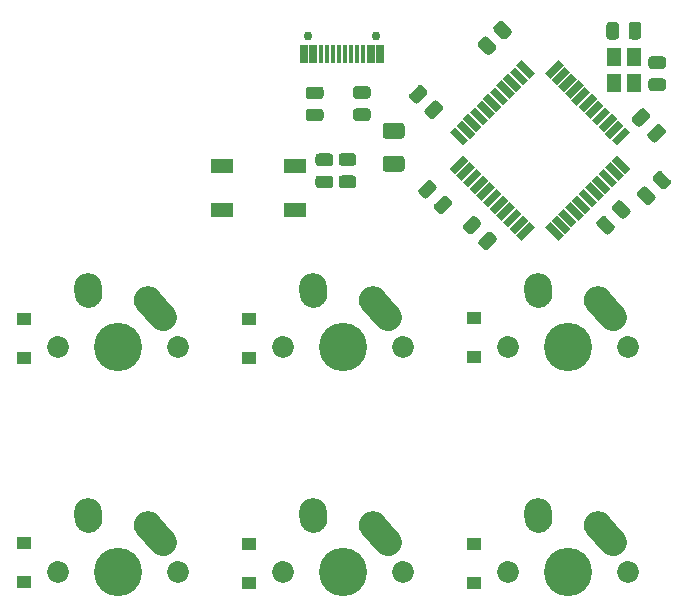
<source format=gbr>
%TF.GenerationSoftware,KiCad,Pcbnew,(5.1.6)-1*%
%TF.CreationDate,2020-07-11T20:12:46-04:00*%
%TF.ProjectId,4x5,3478352e-6b69-4636-9164-5f7063625858,rev?*%
%TF.SameCoordinates,Original*%
%TF.FileFunction,Soldermask,Top*%
%TF.FilePolarity,Negative*%
%FSLAX46Y46*%
G04 Gerber Fmt 4.6, Leading zero omitted, Abs format (unit mm)*
G04 Created by KiCad (PCBNEW (5.1.6)-1) date 2020-07-11 20:12:46*
%MOMM*%
%LPD*%
G01*
G04 APERTURE LIST*
%ADD10R,0.700000X1.550000*%
%ADD11R,0.400000X1.550000*%
%ADD12C,0.750000*%
%ADD13R,1.300000X1.000000*%
%ADD14C,1.850000*%
%ADD15C,2.350000*%
%ADD16C,4.087800*%
%ADD17C,0.100000*%
%ADD18R,1.300000X1.500000*%
%ADD19R,1.900000X1.200000*%
G04 APERTURE END LIST*
D10*
%TO.C,USB1*%
X203061100Y-87044600D03*
X209511100Y-87044600D03*
X203836100Y-87044600D03*
X208736100Y-87044600D03*
D11*
X208036100Y-87044600D03*
X204536100Y-87044600D03*
X207536100Y-87044600D03*
X205036100Y-87044600D03*
X207036100Y-87044600D03*
X205536100Y-87044600D03*
X206036100Y-87044600D03*
X206536100Y-87044600D03*
D12*
X203396100Y-85599600D03*
X209176100Y-85599600D03*
%TD*%
%TO.C,R6*%
G36*
G01*
X208443750Y-90881250D02*
X207481250Y-90881250D01*
G75*
G02*
X207212500Y-90612500I0J268750D01*
G01*
X207212500Y-90075000D01*
G75*
G02*
X207481250Y-89806250I268750J0D01*
G01*
X208443750Y-89806250D01*
G75*
G02*
X208712500Y-90075000I0J-268750D01*
G01*
X208712500Y-90612500D01*
G75*
G02*
X208443750Y-90881250I-268750J0D01*
G01*
G37*
G36*
G01*
X208443750Y-92756250D02*
X207481250Y-92756250D01*
G75*
G02*
X207212500Y-92487500I0J268750D01*
G01*
X207212500Y-91950000D01*
G75*
G02*
X207481250Y-91681250I268750J0D01*
G01*
X208443750Y-91681250D01*
G75*
G02*
X208712500Y-91950000I0J-268750D01*
G01*
X208712500Y-92487500D01*
G75*
G02*
X208443750Y-92756250I-268750J0D01*
G01*
G37*
%TD*%
%TO.C,R5*%
G36*
G01*
X204455950Y-90913000D02*
X203493450Y-90913000D01*
G75*
G02*
X203224700Y-90644250I0J268750D01*
G01*
X203224700Y-90106750D01*
G75*
G02*
X203493450Y-89838000I268750J0D01*
G01*
X204455950Y-89838000D01*
G75*
G02*
X204724700Y-90106750I0J-268750D01*
G01*
X204724700Y-90644250D01*
G75*
G02*
X204455950Y-90913000I-268750J0D01*
G01*
G37*
G36*
G01*
X204455950Y-92788000D02*
X203493450Y-92788000D01*
G75*
G02*
X203224700Y-92519250I0J268750D01*
G01*
X203224700Y-91981750D01*
G75*
G02*
X203493450Y-91713000I268750J0D01*
G01*
X204455950Y-91713000D01*
G75*
G02*
X204724700Y-91981750I0J-268750D01*
G01*
X204724700Y-92519250D01*
G75*
G02*
X204455950Y-92788000I-268750J0D01*
G01*
G37*
%TD*%
%TO.C,F1*%
G36*
G01*
X209999900Y-95708300D02*
X211309900Y-95708300D01*
G75*
G02*
X211579900Y-95978300I0J-270000D01*
G01*
X211579900Y-96788300D01*
G75*
G02*
X211309900Y-97058300I-270000J0D01*
G01*
X209999900Y-97058300D01*
G75*
G02*
X209729900Y-96788300I0J270000D01*
G01*
X209729900Y-95978300D01*
G75*
G02*
X209999900Y-95708300I270000J0D01*
G01*
G37*
G36*
G01*
X209999900Y-92908300D02*
X211309900Y-92908300D01*
G75*
G02*
X211579900Y-93178300I0J-270000D01*
G01*
X211579900Y-93988300D01*
G75*
G02*
X211309900Y-94258300I-270000J0D01*
G01*
X209999900Y-94258300D01*
G75*
G02*
X209729900Y-93988300I0J270000D01*
G01*
X209729900Y-93178300D01*
G75*
G02*
X209999900Y-92908300I270000J0D01*
G01*
G37*
%TD*%
D13*
%TO.C,D6*%
X217487500Y-128587500D03*
X217487500Y-131887500D03*
%TD*%
%TO.C,D5*%
X198437500Y-128587500D03*
X198437500Y-131887500D03*
%TD*%
%TO.C,D4*%
X179387500Y-128525000D03*
X179387500Y-131825000D03*
%TD*%
%TO.C,D3*%
X217487500Y-109475000D03*
X217487500Y-112775000D03*
%TD*%
%TO.C,D2*%
X198437500Y-109537500D03*
X198437500Y-112837500D03*
%TD*%
%TO.C,D1*%
X179387500Y-109537500D03*
X179387500Y-112837500D03*
%TD*%
D14*
%TO.C,MX6*%
X220345000Y-130968750D03*
X230505000Y-130968750D03*
D15*
X227925000Y-126968750D03*
D16*
X225425000Y-130968750D03*
G36*
G01*
X230019709Y-129303310D02*
X230019709Y-129303311D01*
G75*
G02*
X228360439Y-129213459I-784709J874561D01*
G01*
X227050437Y-127753459D01*
G75*
G02*
X227140289Y-126094189I874561J784709D01*
G01*
X227140289Y-126094189D01*
G75*
G02*
X228799559Y-126184041I784709J-874561D01*
G01*
X230109561Y-127644041D01*
G75*
G02*
X230019709Y-129303311I-874561J-784709D01*
G01*
G37*
D15*
X222885000Y-125888750D03*
G36*
G01*
X223005843Y-127640966D02*
X223005843Y-127640966D01*
G75*
G02*
X221752784Y-126549593I-80843J1172216D01*
G01*
X221712784Y-125969593D01*
G75*
G02*
X222804157Y-124716534I1172216J80843D01*
G01*
X222804157Y-124716534D01*
G75*
G02*
X224057216Y-125807907I80843J-1172216D01*
G01*
X224097216Y-126387907D01*
G75*
G02*
X223005843Y-127640966I-1172216J-80843D01*
G01*
G37*
%TD*%
D14*
%TO.C,MX5*%
X201295000Y-130968750D03*
X211455000Y-130968750D03*
D15*
X208875000Y-126968750D03*
D16*
X206375000Y-130968750D03*
G36*
G01*
X210969709Y-129303310D02*
X210969709Y-129303311D01*
G75*
G02*
X209310439Y-129213459I-784709J874561D01*
G01*
X208000437Y-127753459D01*
G75*
G02*
X208090289Y-126094189I874561J784709D01*
G01*
X208090289Y-126094189D01*
G75*
G02*
X209749559Y-126184041I784709J-874561D01*
G01*
X211059561Y-127644041D01*
G75*
G02*
X210969709Y-129303311I-874561J-784709D01*
G01*
G37*
D15*
X203835000Y-125888750D03*
G36*
G01*
X203955843Y-127640966D02*
X203955843Y-127640966D01*
G75*
G02*
X202702784Y-126549593I-80843J1172216D01*
G01*
X202662784Y-125969593D01*
G75*
G02*
X203754157Y-124716534I1172216J80843D01*
G01*
X203754157Y-124716534D01*
G75*
G02*
X205007216Y-125807907I80843J-1172216D01*
G01*
X205047216Y-126387907D01*
G75*
G02*
X203955843Y-127640966I-1172216J-80843D01*
G01*
G37*
%TD*%
D14*
%TO.C,MX4*%
X182245000Y-130968750D03*
X192405000Y-130968750D03*
D15*
X189825000Y-126968750D03*
D16*
X187325000Y-130968750D03*
G36*
G01*
X191919709Y-129303310D02*
X191919709Y-129303311D01*
G75*
G02*
X190260439Y-129213459I-784709J874561D01*
G01*
X188950437Y-127753459D01*
G75*
G02*
X189040289Y-126094189I874561J784709D01*
G01*
X189040289Y-126094189D01*
G75*
G02*
X190699559Y-126184041I784709J-874561D01*
G01*
X192009561Y-127644041D01*
G75*
G02*
X191919709Y-129303311I-874561J-784709D01*
G01*
G37*
D15*
X184785000Y-125888750D03*
G36*
G01*
X184905843Y-127640966D02*
X184905843Y-127640966D01*
G75*
G02*
X183652784Y-126549593I-80843J1172216D01*
G01*
X183612784Y-125969593D01*
G75*
G02*
X184704157Y-124716534I1172216J80843D01*
G01*
X184704157Y-124716534D01*
G75*
G02*
X185957216Y-125807907I80843J-1172216D01*
G01*
X185997216Y-126387907D01*
G75*
G02*
X184905843Y-127640966I-1172216J-80843D01*
G01*
G37*
%TD*%
D14*
%TO.C,MX3*%
X220345000Y-111918750D03*
X230505000Y-111918750D03*
D15*
X227925000Y-107918750D03*
D16*
X225425000Y-111918750D03*
G36*
G01*
X230019709Y-110253310D02*
X230019709Y-110253311D01*
G75*
G02*
X228360439Y-110163459I-784709J874561D01*
G01*
X227050437Y-108703459D01*
G75*
G02*
X227140289Y-107044189I874561J784709D01*
G01*
X227140289Y-107044189D01*
G75*
G02*
X228799559Y-107134041I784709J-874561D01*
G01*
X230109561Y-108594041D01*
G75*
G02*
X230019709Y-110253311I-874561J-784709D01*
G01*
G37*
D15*
X222885000Y-106838750D03*
G36*
G01*
X223005843Y-108590966D02*
X223005843Y-108590966D01*
G75*
G02*
X221752784Y-107499593I-80843J1172216D01*
G01*
X221712784Y-106919593D01*
G75*
G02*
X222804157Y-105666534I1172216J80843D01*
G01*
X222804157Y-105666534D01*
G75*
G02*
X224057216Y-106757907I80843J-1172216D01*
G01*
X224097216Y-107337907D01*
G75*
G02*
X223005843Y-108590966I-1172216J-80843D01*
G01*
G37*
%TD*%
D14*
%TO.C,MX2*%
X201295000Y-111918750D03*
X211455000Y-111918750D03*
D15*
X208875000Y-107918750D03*
D16*
X206375000Y-111918750D03*
G36*
G01*
X210969709Y-110253310D02*
X210969709Y-110253311D01*
G75*
G02*
X209310439Y-110163459I-784709J874561D01*
G01*
X208000437Y-108703459D01*
G75*
G02*
X208090289Y-107044189I874561J784709D01*
G01*
X208090289Y-107044189D01*
G75*
G02*
X209749559Y-107134041I784709J-874561D01*
G01*
X211059561Y-108594041D01*
G75*
G02*
X210969709Y-110253311I-874561J-784709D01*
G01*
G37*
D15*
X203835000Y-106838750D03*
G36*
G01*
X203955843Y-108590966D02*
X203955843Y-108590966D01*
G75*
G02*
X202702784Y-107499593I-80843J1172216D01*
G01*
X202662784Y-106919593D01*
G75*
G02*
X203754157Y-105666534I1172216J80843D01*
G01*
X203754157Y-105666534D01*
G75*
G02*
X205007216Y-106757907I80843J-1172216D01*
G01*
X205047216Y-107337907D01*
G75*
G02*
X203955843Y-108590966I-1172216J-80843D01*
G01*
G37*
%TD*%
D17*
%TO.C,U1*%
G36*
X222177544Y-101313441D02*
G01*
X222637163Y-101773060D01*
X221505792Y-102904431D01*
X221046173Y-102444812D01*
X222177544Y-101313441D01*
G37*
G36*
X221611859Y-100747755D02*
G01*
X222071478Y-101207374D01*
X220940107Y-102338745D01*
X220480488Y-101879126D01*
X221611859Y-100747755D01*
G37*
G36*
X221046174Y-100182070D02*
G01*
X221505793Y-100641689D01*
X220374422Y-101773060D01*
X219914803Y-101313441D01*
X221046174Y-100182070D01*
G37*
G36*
X220480488Y-99616385D02*
G01*
X220940107Y-100076004D01*
X219808736Y-101207375D01*
X219349117Y-100747756D01*
X220480488Y-99616385D01*
G37*
G36*
X219914803Y-99050699D02*
G01*
X220374422Y-99510318D01*
X219243051Y-100641689D01*
X218783432Y-100182070D01*
X219914803Y-99050699D01*
G37*
G36*
X219349117Y-98485014D02*
G01*
X219808736Y-98944633D01*
X218677365Y-100076004D01*
X218217746Y-99616385D01*
X219349117Y-98485014D01*
G37*
G36*
X218783432Y-97919328D02*
G01*
X219243051Y-98378947D01*
X218111680Y-99510318D01*
X217652061Y-99050699D01*
X218783432Y-97919328D01*
G37*
G36*
X218217746Y-97353643D02*
G01*
X218677365Y-97813262D01*
X217545994Y-98944633D01*
X217086375Y-98485014D01*
X218217746Y-97353643D01*
G37*
G36*
X217652061Y-96787957D02*
G01*
X218111680Y-97247576D01*
X216980309Y-98378947D01*
X216520690Y-97919328D01*
X217652061Y-96787957D01*
G37*
G36*
X217086376Y-96222272D02*
G01*
X217545995Y-96681891D01*
X216414624Y-97813262D01*
X215955005Y-97353643D01*
X217086376Y-96222272D01*
G37*
G36*
X216520690Y-95656587D02*
G01*
X216980309Y-96116206D01*
X215848938Y-97247577D01*
X215389319Y-96787958D01*
X216520690Y-95656587D01*
G37*
G36*
X216980309Y-94383794D02*
G01*
X216520690Y-94843413D01*
X215389319Y-93712042D01*
X215848938Y-93252423D01*
X216980309Y-94383794D01*
G37*
G36*
X217545995Y-93818109D02*
G01*
X217086376Y-94277728D01*
X215955005Y-93146357D01*
X216414624Y-92686738D01*
X217545995Y-93818109D01*
G37*
G36*
X218111680Y-93252424D02*
G01*
X217652061Y-93712043D01*
X216520690Y-92580672D01*
X216980309Y-92121053D01*
X218111680Y-93252424D01*
G37*
G36*
X218677365Y-92686738D02*
G01*
X218217746Y-93146357D01*
X217086375Y-92014986D01*
X217545994Y-91555367D01*
X218677365Y-92686738D01*
G37*
G36*
X219243051Y-92121053D02*
G01*
X218783432Y-92580672D01*
X217652061Y-91449301D01*
X218111680Y-90989682D01*
X219243051Y-92121053D01*
G37*
G36*
X219808736Y-91555367D02*
G01*
X219349117Y-92014986D01*
X218217746Y-90883615D01*
X218677365Y-90423996D01*
X219808736Y-91555367D01*
G37*
G36*
X220374422Y-90989682D02*
G01*
X219914803Y-91449301D01*
X218783432Y-90317930D01*
X219243051Y-89858311D01*
X220374422Y-90989682D01*
G37*
G36*
X220940107Y-90423996D02*
G01*
X220480488Y-90883615D01*
X219349117Y-89752244D01*
X219808736Y-89292625D01*
X220940107Y-90423996D01*
G37*
G36*
X221505793Y-89858311D02*
G01*
X221046174Y-90317930D01*
X219914803Y-89186559D01*
X220374422Y-88726940D01*
X221505793Y-89858311D01*
G37*
G36*
X222071478Y-89292626D02*
G01*
X221611859Y-89752245D01*
X220480488Y-88620874D01*
X220940107Y-88161255D01*
X222071478Y-89292626D01*
G37*
G36*
X222637163Y-88726940D02*
G01*
X222177544Y-89186559D01*
X221046173Y-88055188D01*
X221505792Y-87595569D01*
X222637163Y-88726940D01*
G37*
G36*
X224581708Y-87595569D02*
G01*
X225041327Y-88055188D01*
X223909956Y-89186559D01*
X223450337Y-88726940D01*
X224581708Y-87595569D01*
G37*
G36*
X225147393Y-88161255D02*
G01*
X225607012Y-88620874D01*
X224475641Y-89752245D01*
X224016022Y-89292626D01*
X225147393Y-88161255D01*
G37*
G36*
X225713078Y-88726940D02*
G01*
X226172697Y-89186559D01*
X225041326Y-90317930D01*
X224581707Y-89858311D01*
X225713078Y-88726940D01*
G37*
G36*
X226278764Y-89292625D02*
G01*
X226738383Y-89752244D01*
X225607012Y-90883615D01*
X225147393Y-90423996D01*
X226278764Y-89292625D01*
G37*
G36*
X226844449Y-89858311D02*
G01*
X227304068Y-90317930D01*
X226172697Y-91449301D01*
X225713078Y-90989682D01*
X226844449Y-89858311D01*
G37*
G36*
X227410135Y-90423996D02*
G01*
X227869754Y-90883615D01*
X226738383Y-92014986D01*
X226278764Y-91555367D01*
X227410135Y-90423996D01*
G37*
G36*
X227975820Y-90989682D02*
G01*
X228435439Y-91449301D01*
X227304068Y-92580672D01*
X226844449Y-92121053D01*
X227975820Y-90989682D01*
G37*
G36*
X228541506Y-91555367D02*
G01*
X229001125Y-92014986D01*
X227869754Y-93146357D01*
X227410135Y-92686738D01*
X228541506Y-91555367D01*
G37*
G36*
X229107191Y-92121053D02*
G01*
X229566810Y-92580672D01*
X228435439Y-93712043D01*
X227975820Y-93252424D01*
X229107191Y-92121053D01*
G37*
G36*
X229672876Y-92686738D02*
G01*
X230132495Y-93146357D01*
X229001124Y-94277728D01*
X228541505Y-93818109D01*
X229672876Y-92686738D01*
G37*
G36*
X230238562Y-93252423D02*
G01*
X230698181Y-93712042D01*
X229566810Y-94843413D01*
X229107191Y-94383794D01*
X230238562Y-93252423D01*
G37*
G36*
X230698181Y-96787958D02*
G01*
X230238562Y-97247577D01*
X229107191Y-96116206D01*
X229566810Y-95656587D01*
X230698181Y-96787958D01*
G37*
G36*
X230132495Y-97353643D02*
G01*
X229672876Y-97813262D01*
X228541505Y-96681891D01*
X229001124Y-96222272D01*
X230132495Y-97353643D01*
G37*
G36*
X229566810Y-97919328D02*
G01*
X229107191Y-98378947D01*
X227975820Y-97247576D01*
X228435439Y-96787957D01*
X229566810Y-97919328D01*
G37*
G36*
X229001125Y-98485014D02*
G01*
X228541506Y-98944633D01*
X227410135Y-97813262D01*
X227869754Y-97353643D01*
X229001125Y-98485014D01*
G37*
G36*
X228435439Y-99050699D02*
G01*
X227975820Y-99510318D01*
X226844449Y-98378947D01*
X227304068Y-97919328D01*
X228435439Y-99050699D01*
G37*
G36*
X227869754Y-99616385D02*
G01*
X227410135Y-100076004D01*
X226278764Y-98944633D01*
X226738383Y-98485014D01*
X227869754Y-99616385D01*
G37*
G36*
X227304068Y-100182070D02*
G01*
X226844449Y-100641689D01*
X225713078Y-99510318D01*
X226172697Y-99050699D01*
X227304068Y-100182070D01*
G37*
G36*
X226738383Y-100747756D02*
G01*
X226278764Y-101207375D01*
X225147393Y-100076004D01*
X225607012Y-99616385D01*
X226738383Y-100747756D01*
G37*
G36*
X226172697Y-101313441D02*
G01*
X225713078Y-101773060D01*
X224581707Y-100641689D01*
X225041326Y-100182070D01*
X226172697Y-101313441D01*
G37*
G36*
X225607012Y-101879126D02*
G01*
X225147393Y-102338745D01*
X224016022Y-101207374D01*
X224475641Y-100747755D01*
X225607012Y-101879126D01*
G37*
G36*
X225041327Y-102444812D02*
G01*
X224581708Y-102904431D01*
X223450337Y-101773060D01*
X223909956Y-101313441D01*
X225041327Y-102444812D01*
G37*
%TD*%
D14*
%TO.C,MX1*%
X182245000Y-111918750D03*
X192405000Y-111918750D03*
D15*
X189825000Y-107918750D03*
D16*
X187325000Y-111918750D03*
G36*
G01*
X191919709Y-110253310D02*
X191919709Y-110253311D01*
G75*
G02*
X190260439Y-110163459I-784709J874561D01*
G01*
X188950437Y-108703459D01*
G75*
G02*
X189040289Y-107044189I874561J784709D01*
G01*
X189040289Y-107044189D01*
G75*
G02*
X190699559Y-107134041I784709J-874561D01*
G01*
X192009561Y-108594041D01*
G75*
G02*
X191919709Y-110253311I-874561J-784709D01*
G01*
G37*
D15*
X184785000Y-106838750D03*
G36*
G01*
X184905843Y-108590966D02*
X184905843Y-108590966D01*
G75*
G02*
X183652784Y-107499593I-80843J1172216D01*
G01*
X183612784Y-106919593D01*
G75*
G02*
X184704157Y-105666534I1172216J80843D01*
G01*
X184704157Y-105666534D01*
G75*
G02*
X185957216Y-106757907I80843J-1172216D01*
G01*
X185997216Y-107337907D01*
G75*
G02*
X184905843Y-108590966I-1172216J-80843D01*
G01*
G37*
%TD*%
D18*
%TO.C,Y1*%
X230981250Y-87312500D03*
X230981250Y-89512500D03*
X229281250Y-89512500D03*
X229281250Y-87312500D03*
%TD*%
D19*
%TO.C,SW1*%
X202331250Y-96575000D03*
X196131250Y-100275000D03*
X202331250Y-100275000D03*
X196131250Y-96575000D03*
%TD*%
%TO.C,R4*%
G36*
G01*
X232089362Y-98367548D02*
X232769952Y-99048138D01*
G75*
G02*
X232769952Y-99428208I-190035J-190035D01*
G01*
X232389882Y-99808278D01*
G75*
G02*
X232009812Y-99808278I-190035J190035D01*
G01*
X231329222Y-99127688D01*
G75*
G02*
X231329222Y-98747618I190035J190035D01*
G01*
X231709292Y-98367548D01*
G75*
G02*
X232089362Y-98367548I190035J-190035D01*
G01*
G37*
G36*
G01*
X233415188Y-97041722D02*
X234095778Y-97722312D01*
G75*
G02*
X234095778Y-98102382I-190035J-190035D01*
G01*
X233715708Y-98482452D01*
G75*
G02*
X233335638Y-98482452I-190035J190035D01*
G01*
X232655048Y-97801862D01*
G75*
G02*
X232655048Y-97421792I190035J190035D01*
G01*
X233035118Y-97041722D01*
G75*
G02*
X233415188Y-97041722I190035J-190035D01*
G01*
G37*
%TD*%
%TO.C,R3*%
G36*
G01*
X205268750Y-96581250D02*
X204306250Y-96581250D01*
G75*
G02*
X204037500Y-96312500I0J268750D01*
G01*
X204037500Y-95775000D01*
G75*
G02*
X204306250Y-95506250I268750J0D01*
G01*
X205268750Y-95506250D01*
G75*
G02*
X205537500Y-95775000I0J-268750D01*
G01*
X205537500Y-96312500D01*
G75*
G02*
X205268750Y-96581250I-268750J0D01*
G01*
G37*
G36*
G01*
X205268750Y-98456250D02*
X204306250Y-98456250D01*
G75*
G02*
X204037500Y-98187500I0J268750D01*
G01*
X204037500Y-97650000D01*
G75*
G02*
X204306250Y-97381250I268750J0D01*
G01*
X205268750Y-97381250D01*
G75*
G02*
X205537500Y-97650000I0J-268750D01*
G01*
X205537500Y-98187500D01*
G75*
G02*
X205268750Y-98456250I-268750J0D01*
G01*
G37*
%TD*%
%TO.C,R2*%
G36*
G01*
X207224550Y-96566800D02*
X206262050Y-96566800D01*
G75*
G02*
X205993300Y-96298050I0J268750D01*
G01*
X205993300Y-95760550D01*
G75*
G02*
X206262050Y-95491800I268750J0D01*
G01*
X207224550Y-95491800D01*
G75*
G02*
X207493300Y-95760550I0J-268750D01*
G01*
X207493300Y-96298050D01*
G75*
G02*
X207224550Y-96566800I-268750J0D01*
G01*
G37*
G36*
G01*
X207224550Y-98441800D02*
X206262050Y-98441800D01*
G75*
G02*
X205993300Y-98173050I0J268750D01*
G01*
X205993300Y-97635550D01*
G75*
G02*
X206262050Y-97366800I268750J0D01*
G01*
X207224550Y-97366800D01*
G75*
G02*
X207493300Y-97635550I0J-268750D01*
G01*
X207493300Y-98173050D01*
G75*
G02*
X207224550Y-98441800I-268750J0D01*
G01*
G37*
%TD*%
%TO.C,R1*%
G36*
G01*
X213330461Y-91773551D02*
X214011051Y-91092961D01*
G75*
G02*
X214391121Y-91092961I190035J-190035D01*
G01*
X214771191Y-91473031D01*
G75*
G02*
X214771191Y-91853101I-190035J-190035D01*
G01*
X214090601Y-92533691D01*
G75*
G02*
X213710531Y-92533691I-190035J190035D01*
G01*
X213330461Y-92153621D01*
G75*
G02*
X213330461Y-91773551I190035J190035D01*
G01*
G37*
G36*
G01*
X212004635Y-90447725D02*
X212685225Y-89767135D01*
G75*
G02*
X213065295Y-89767135I190035J-190035D01*
G01*
X213445365Y-90147205D01*
G75*
G02*
X213445365Y-90527275I-190035J-190035D01*
G01*
X212764775Y-91207865D01*
G75*
G02*
X212384705Y-91207865I-190035J190035D01*
G01*
X212004635Y-90827795D01*
G75*
G02*
X212004635Y-90447725I190035J190035D01*
G01*
G37*
%TD*%
%TO.C,C7*%
G36*
G01*
X217999639Y-101622049D02*
X217319049Y-102302639D01*
G75*
G02*
X216938979Y-102302639I-190035J190035D01*
G01*
X216558909Y-101922569D01*
G75*
G02*
X216558909Y-101542499I190035J190035D01*
G01*
X217239499Y-100861909D01*
G75*
G02*
X217619569Y-100861909I190035J-190035D01*
G01*
X217999639Y-101241979D01*
G75*
G02*
X217999639Y-101622049I-190035J-190035D01*
G01*
G37*
G36*
G01*
X219325465Y-102947875D02*
X218644875Y-103628465D01*
G75*
G02*
X218264805Y-103628465I-190035J190035D01*
G01*
X217884735Y-103248395D01*
G75*
G02*
X217884735Y-102868325I190035J190035D01*
G01*
X218565325Y-102187735D01*
G75*
G02*
X218945395Y-102187735I190035J-190035D01*
G01*
X219325465Y-102567805D01*
G75*
G02*
X219325465Y-102947875I-190035J-190035D01*
G01*
G37*
%TD*%
%TO.C,C6*%
G36*
G01*
X219841888Y-85782452D02*
X219161298Y-85101862D01*
G75*
G02*
X219161298Y-84721792I190035J190035D01*
G01*
X219541368Y-84341722D01*
G75*
G02*
X219921438Y-84341722I190035J-190035D01*
G01*
X220602028Y-85022312D01*
G75*
G02*
X220602028Y-85402382I-190035J-190035D01*
G01*
X220221958Y-85782452D01*
G75*
G02*
X219841888Y-85782452I-190035J190035D01*
G01*
G37*
G36*
G01*
X218516062Y-87108278D02*
X217835472Y-86427688D01*
G75*
G02*
X217835472Y-86047618I190035J190035D01*
G01*
X218215542Y-85667548D01*
G75*
G02*
X218595612Y-85667548I190035J-190035D01*
G01*
X219276202Y-86348138D01*
G75*
G02*
X219276202Y-86728208I-190035J-190035D01*
G01*
X218896132Y-87108278D01*
G75*
G02*
X218516062Y-87108278I-190035J190035D01*
G01*
G37*
%TD*%
%TO.C,C5*%
G36*
G01*
X214117861Y-99825351D02*
X214798451Y-99144761D01*
G75*
G02*
X215178521Y-99144761I190035J-190035D01*
G01*
X215558591Y-99524831D01*
G75*
G02*
X215558591Y-99904901I-190035J-190035D01*
G01*
X214878001Y-100585491D01*
G75*
G02*
X214497931Y-100585491I-190035J190035D01*
G01*
X214117861Y-100205421D01*
G75*
G02*
X214117861Y-99825351I190035J190035D01*
G01*
G37*
G36*
G01*
X212792035Y-98499525D02*
X213472625Y-97818935D01*
G75*
G02*
X213852695Y-97818935I190035J-190035D01*
G01*
X214232765Y-98199005D01*
G75*
G02*
X214232765Y-98579075I-190035J-190035D01*
G01*
X213552175Y-99259665D01*
G75*
G02*
X213172105Y-99259665I-190035J190035D01*
G01*
X212792035Y-98879595D01*
G75*
G02*
X212792035Y-98499525I190035J190035D01*
G01*
G37*
%TD*%
%TO.C,C4*%
G36*
G01*
X232200148Y-93752238D02*
X232880738Y-93071648D01*
G75*
G02*
X233260808Y-93071648I190035J-190035D01*
G01*
X233640878Y-93451718D01*
G75*
G02*
X233640878Y-93831788I-190035J-190035D01*
G01*
X232960288Y-94512378D01*
G75*
G02*
X232580218Y-94512378I-190035J190035D01*
G01*
X232200148Y-94132308D01*
G75*
G02*
X232200148Y-93752238I190035J190035D01*
G01*
G37*
G36*
G01*
X230874322Y-92426412D02*
X231554912Y-91745822D01*
G75*
G02*
X231934982Y-91745822I190035J-190035D01*
G01*
X232315052Y-92125892D01*
G75*
G02*
X232315052Y-92505962I-190035J-190035D01*
G01*
X231634462Y-93186552D01*
G75*
G02*
X231254392Y-93186552I-190035J190035D01*
G01*
X230874322Y-92806482D01*
G75*
G02*
X230874322Y-92426412I190035J190035D01*
G01*
G37*
%TD*%
%TO.C,C3*%
G36*
G01*
X233450050Y-88349900D02*
X232487550Y-88349900D01*
G75*
G02*
X232218800Y-88081150I0J268750D01*
G01*
X232218800Y-87543650D01*
G75*
G02*
X232487550Y-87274900I268750J0D01*
G01*
X233450050Y-87274900D01*
G75*
G02*
X233718800Y-87543650I0J-268750D01*
G01*
X233718800Y-88081150D01*
G75*
G02*
X233450050Y-88349900I-268750J0D01*
G01*
G37*
G36*
G01*
X233450050Y-90224900D02*
X232487550Y-90224900D01*
G75*
G02*
X232218800Y-89956150I0J268750D01*
G01*
X232218800Y-89418650D01*
G75*
G02*
X232487550Y-89149900I268750J0D01*
G01*
X233450050Y-89149900D01*
G75*
G02*
X233718800Y-89418650I0J-268750D01*
G01*
X233718800Y-89956150D01*
G75*
G02*
X233450050Y-90224900I-268750J0D01*
G01*
G37*
%TD*%
%TO.C,C2*%
G36*
G01*
X230547100Y-85596650D02*
X230547100Y-84634150D01*
G75*
G02*
X230815850Y-84365400I268750J0D01*
G01*
X231353350Y-84365400D01*
G75*
G02*
X231622100Y-84634150I0J-268750D01*
G01*
X231622100Y-85596650D01*
G75*
G02*
X231353350Y-85865400I-268750J0D01*
G01*
X230815850Y-85865400D01*
G75*
G02*
X230547100Y-85596650I0J268750D01*
G01*
G37*
G36*
G01*
X228672100Y-85596650D02*
X228672100Y-84634150D01*
G75*
G02*
X228940850Y-84365400I268750J0D01*
G01*
X229478350Y-84365400D01*
G75*
G02*
X229747100Y-84634150I0J-268750D01*
G01*
X229747100Y-85596650D01*
G75*
G02*
X229478350Y-85865400I-268750J0D01*
G01*
X228940850Y-85865400D01*
G75*
G02*
X228672100Y-85596650I0J268750D01*
G01*
G37*
%TD*%
%TO.C,C1*%
G36*
G01*
X228637262Y-100856748D02*
X229317852Y-101537338D01*
G75*
G02*
X229317852Y-101917408I-190035J-190035D01*
G01*
X228937782Y-102297478D01*
G75*
G02*
X228557712Y-102297478I-190035J190035D01*
G01*
X227877122Y-101616888D01*
G75*
G02*
X227877122Y-101236818I190035J190035D01*
G01*
X228257192Y-100856748D01*
G75*
G02*
X228637262Y-100856748I190035J-190035D01*
G01*
G37*
G36*
G01*
X229963088Y-99530922D02*
X230643678Y-100211512D01*
G75*
G02*
X230643678Y-100591582I-190035J-190035D01*
G01*
X230263608Y-100971652D01*
G75*
G02*
X229883538Y-100971652I-190035J190035D01*
G01*
X229202948Y-100291062D01*
G75*
G02*
X229202948Y-99910992I190035J190035D01*
G01*
X229583018Y-99530922D01*
G75*
G02*
X229963088Y-99530922I190035J-190035D01*
G01*
G37*
%TD*%
M02*

</source>
